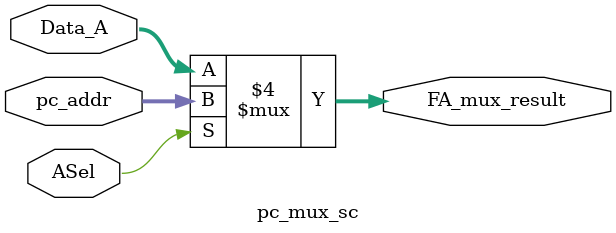
<source format=v>
`timescale 1ns / 1ps

module pc_mux_sc(
    ASel,
    pc_addr,
    Data_A,
    FA_mux_result
    );
    input ASel;
    input [31:0] pc_addr;
    input [31:0] Data_A;
    output reg [31:0] FA_mux_result;
    
always @(*) begin
    if(ASel == 1) begin
        FA_mux_result = pc_addr;
    end else begin
        FA_mux_result = Data_A;
    end
end

endmodule

</source>
